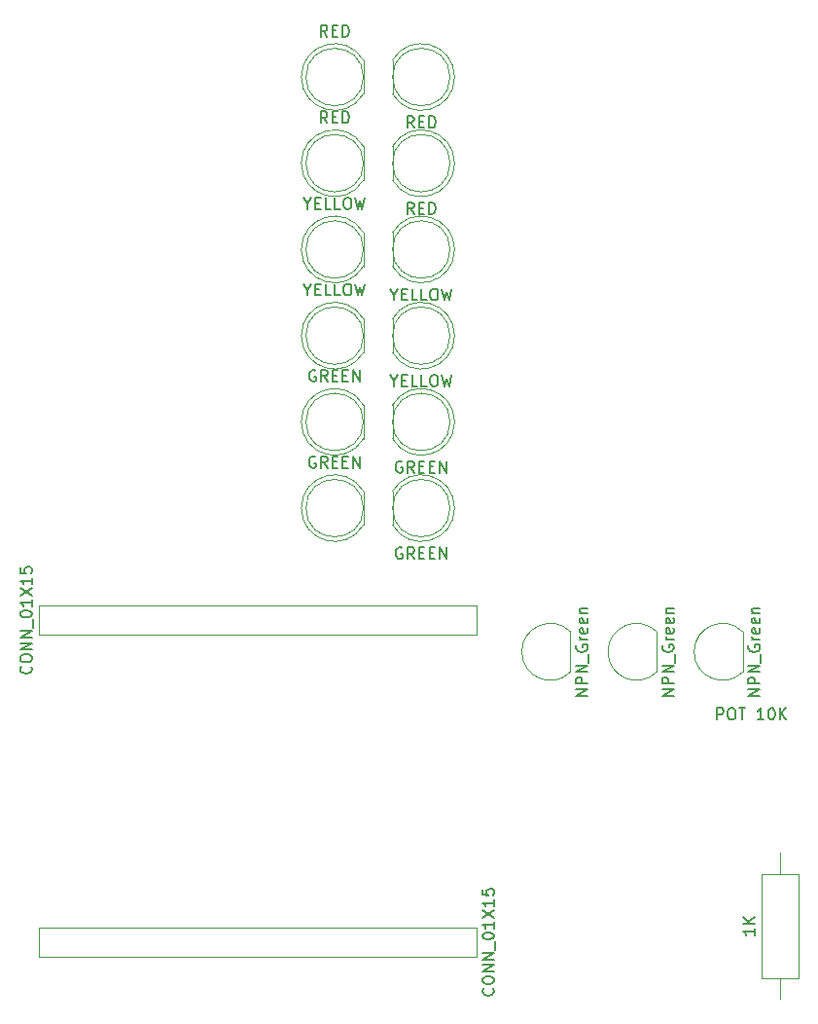
<source format=gbr>
G04 #@! TF.FileFunction,Other,Fab,Top*
%FSLAX46Y46*%
G04 Gerber Fmt 4.6, Leading zero omitted, Abs format (unit mm)*
G04 Created by KiCad (PCBNEW 4.0.6+dfsg1-1) date Mon May 21 22:22:56 2018*
%MOMM*%
%LPD*%
G01*
G04 APERTURE LIST*
%ADD10C,0.100000*%
%ADD11C,0.150000*%
G04 APERTURE END LIST*
D10*
X119250000Y-111740000D02*
X119250000Y-108240000D01*
X119253625Y-108246375D02*
G75*
G03X115020000Y-110000000I-1753625J-1753625D01*
G01*
X119253625Y-111753625D02*
G75*
G02X115020000Y-110000000I-1753625J1753625D01*
G01*
X104250000Y-111740000D02*
X104250000Y-108240000D01*
X104253625Y-108246375D02*
G75*
G03X100020000Y-110000000I-1753625J-1753625D01*
G01*
X104253625Y-111753625D02*
G75*
G02X100020000Y-110000000I-1753625J1753625D01*
G01*
X111750000Y-111740000D02*
X111750000Y-108240000D01*
X111753625Y-108246375D02*
G75*
G03X107520000Y-110000000I-1753625J-1753625D01*
G01*
X111753625Y-111753625D02*
G75*
G02X107520000Y-110000000I-1753625J1753625D01*
G01*
X124100000Y-129350000D02*
X120900000Y-129350000D01*
X120900000Y-129350000D02*
X120900000Y-138350000D01*
X120900000Y-138350000D02*
X124100000Y-138350000D01*
X124100000Y-138350000D02*
X124100000Y-129350000D01*
X122500000Y-127500000D02*
X122500000Y-129350000D01*
X122500000Y-140200000D02*
X122500000Y-138350000D01*
X86230016Y-96030334D02*
G75*
G03X86230000Y-98969694I-2500016J-1469666D01*
G01*
X86230000Y-97500000D02*
G75*
G03X86230000Y-97500000I-2500000J0D01*
G01*
X86230000Y-98969694D02*
X86230000Y-96030306D01*
X86230016Y-88530334D02*
G75*
G03X86230000Y-91469694I-2500016J-1469666D01*
G01*
X86230000Y-90000000D02*
G75*
G03X86230000Y-90000000I-2500000J0D01*
G01*
X86230000Y-91469694D02*
X86230000Y-88530306D01*
X86230016Y-81030334D02*
G75*
G03X86230000Y-83969694I-2500016J-1469666D01*
G01*
X86230000Y-82500000D02*
G75*
G03X86230000Y-82500000I-2500000J0D01*
G01*
X86230000Y-83969694D02*
X86230000Y-81030306D01*
X86230016Y-73530334D02*
G75*
G03X86230000Y-76469694I-2500016J-1469666D01*
G01*
X86230000Y-75000000D02*
G75*
G03X86230000Y-75000000I-2500000J0D01*
G01*
X86230000Y-76469694D02*
X86230000Y-73530306D01*
X86230016Y-66030334D02*
G75*
G03X86230000Y-68969694I-2500016J-1469666D01*
G01*
X86230000Y-67500000D02*
G75*
G03X86230000Y-67500000I-2500000J0D01*
G01*
X86230000Y-68969694D02*
X86230000Y-66030306D01*
X86230016Y-58530334D02*
G75*
G03X86230000Y-61469694I-2500016J-1469666D01*
G01*
X86230000Y-60000000D02*
G75*
G03X86230000Y-60000000I-2500000J0D01*
G01*
X86230000Y-61469694D02*
X86230000Y-58530306D01*
X88769984Y-98969666D02*
G75*
G03X88770000Y-96030306I2500016J1469666D01*
G01*
X93770000Y-97500000D02*
G75*
G03X93770000Y-97500000I-2500000J0D01*
G01*
X88770000Y-96030306D02*
X88770000Y-98969694D01*
X88769984Y-91469666D02*
G75*
G03X88770000Y-88530306I2500016J1469666D01*
G01*
X93770000Y-90000000D02*
G75*
G03X93770000Y-90000000I-2500000J0D01*
G01*
X88770000Y-88530306D02*
X88770000Y-91469694D01*
X88769984Y-83969666D02*
G75*
G03X88770000Y-81030306I2500016J1469666D01*
G01*
X93770000Y-82500000D02*
G75*
G03X93770000Y-82500000I-2500000J0D01*
G01*
X88770000Y-81030306D02*
X88770000Y-83969694D01*
X88769984Y-76469666D02*
G75*
G03X88770000Y-73530306I2500016J1469666D01*
G01*
X93770000Y-75000000D02*
G75*
G03X93770000Y-75000000I-2500000J0D01*
G01*
X88770000Y-73530306D02*
X88770000Y-76469694D01*
X88769984Y-68969666D02*
G75*
G03X88770000Y-66030306I2500016J1469666D01*
G01*
X93770000Y-67500000D02*
G75*
G03X93770000Y-67500000I-2500000J0D01*
G01*
X88770000Y-66030306D02*
X88770000Y-68969694D01*
X88769984Y-61469666D02*
G75*
G03X88770000Y-58530306I2500016J1469666D01*
G01*
X93770000Y-60000000D02*
G75*
G03X93770000Y-60000000I-2500000J0D01*
G01*
X88770000Y-58530306D02*
X88770000Y-61469694D01*
X96080000Y-105980000D02*
X57980000Y-105980000D01*
X57980000Y-105980000D02*
X57980000Y-108520000D01*
X57980000Y-108520000D02*
X96080000Y-108520000D01*
X96080000Y-108520000D02*
X96080000Y-105980000D01*
X57980000Y-136520000D02*
X96080000Y-136520000D01*
X96080000Y-136520000D02*
X96080000Y-133980000D01*
X96080000Y-133980000D02*
X57980000Y-133980000D01*
X57980000Y-133980000D02*
X57980000Y-136520000D01*
D11*
X120746381Y-113809524D02*
X119746381Y-113809524D01*
X120746381Y-113238095D01*
X119746381Y-113238095D01*
X120746381Y-112761905D02*
X119746381Y-112761905D01*
X119746381Y-112380952D01*
X119794000Y-112285714D01*
X119841619Y-112238095D01*
X119936857Y-112190476D01*
X120079714Y-112190476D01*
X120174952Y-112238095D01*
X120222571Y-112285714D01*
X120270190Y-112380952D01*
X120270190Y-112761905D01*
X120746381Y-111761905D02*
X119746381Y-111761905D01*
X120746381Y-111190476D01*
X119746381Y-111190476D01*
X120841619Y-110952381D02*
X120841619Y-110190476D01*
X119794000Y-109428571D02*
X119746381Y-109523809D01*
X119746381Y-109666666D01*
X119794000Y-109809524D01*
X119889238Y-109904762D01*
X119984476Y-109952381D01*
X120174952Y-110000000D01*
X120317810Y-110000000D01*
X120508286Y-109952381D01*
X120603524Y-109904762D01*
X120698762Y-109809524D01*
X120746381Y-109666666D01*
X120746381Y-109571428D01*
X120698762Y-109428571D01*
X120651143Y-109380952D01*
X120317810Y-109380952D01*
X120317810Y-109571428D01*
X120746381Y-108952381D02*
X120079714Y-108952381D01*
X120270190Y-108952381D02*
X120174952Y-108904762D01*
X120127333Y-108857143D01*
X120079714Y-108761905D01*
X120079714Y-108666666D01*
X120698762Y-107952380D02*
X120746381Y-108047618D01*
X120746381Y-108238095D01*
X120698762Y-108333333D01*
X120603524Y-108380952D01*
X120222571Y-108380952D01*
X120127333Y-108333333D01*
X120079714Y-108238095D01*
X120079714Y-108047618D01*
X120127333Y-107952380D01*
X120222571Y-107904761D01*
X120317810Y-107904761D01*
X120413048Y-108380952D01*
X120698762Y-107095237D02*
X120746381Y-107190475D01*
X120746381Y-107380952D01*
X120698762Y-107476190D01*
X120603524Y-107523809D01*
X120222571Y-107523809D01*
X120127333Y-107476190D01*
X120079714Y-107380952D01*
X120079714Y-107190475D01*
X120127333Y-107095237D01*
X120222571Y-107047618D01*
X120317810Y-107047618D01*
X120413048Y-107523809D01*
X120079714Y-106619047D02*
X120746381Y-106619047D01*
X120174952Y-106619047D02*
X120127333Y-106571428D01*
X120079714Y-106476190D01*
X120079714Y-106333332D01*
X120127333Y-106238094D01*
X120222571Y-106190475D01*
X120746381Y-106190475D01*
X105746381Y-113809524D02*
X104746381Y-113809524D01*
X105746381Y-113238095D01*
X104746381Y-113238095D01*
X105746381Y-112761905D02*
X104746381Y-112761905D01*
X104746381Y-112380952D01*
X104794000Y-112285714D01*
X104841619Y-112238095D01*
X104936857Y-112190476D01*
X105079714Y-112190476D01*
X105174952Y-112238095D01*
X105222571Y-112285714D01*
X105270190Y-112380952D01*
X105270190Y-112761905D01*
X105746381Y-111761905D02*
X104746381Y-111761905D01*
X105746381Y-111190476D01*
X104746381Y-111190476D01*
X105841619Y-110952381D02*
X105841619Y-110190476D01*
X104794000Y-109428571D02*
X104746381Y-109523809D01*
X104746381Y-109666666D01*
X104794000Y-109809524D01*
X104889238Y-109904762D01*
X104984476Y-109952381D01*
X105174952Y-110000000D01*
X105317810Y-110000000D01*
X105508286Y-109952381D01*
X105603524Y-109904762D01*
X105698762Y-109809524D01*
X105746381Y-109666666D01*
X105746381Y-109571428D01*
X105698762Y-109428571D01*
X105651143Y-109380952D01*
X105317810Y-109380952D01*
X105317810Y-109571428D01*
X105746381Y-108952381D02*
X105079714Y-108952381D01*
X105270190Y-108952381D02*
X105174952Y-108904762D01*
X105127333Y-108857143D01*
X105079714Y-108761905D01*
X105079714Y-108666666D01*
X105698762Y-107952380D02*
X105746381Y-108047618D01*
X105746381Y-108238095D01*
X105698762Y-108333333D01*
X105603524Y-108380952D01*
X105222571Y-108380952D01*
X105127333Y-108333333D01*
X105079714Y-108238095D01*
X105079714Y-108047618D01*
X105127333Y-107952380D01*
X105222571Y-107904761D01*
X105317810Y-107904761D01*
X105413048Y-108380952D01*
X105698762Y-107095237D02*
X105746381Y-107190475D01*
X105746381Y-107380952D01*
X105698762Y-107476190D01*
X105603524Y-107523809D01*
X105222571Y-107523809D01*
X105127333Y-107476190D01*
X105079714Y-107380952D01*
X105079714Y-107190475D01*
X105127333Y-107095237D01*
X105222571Y-107047618D01*
X105317810Y-107047618D01*
X105413048Y-107523809D01*
X105079714Y-106619047D02*
X105746381Y-106619047D01*
X105174952Y-106619047D02*
X105127333Y-106571428D01*
X105079714Y-106476190D01*
X105079714Y-106333332D01*
X105127333Y-106238094D01*
X105222571Y-106190475D01*
X105746381Y-106190475D01*
X113246381Y-113809524D02*
X112246381Y-113809524D01*
X113246381Y-113238095D01*
X112246381Y-113238095D01*
X113246381Y-112761905D02*
X112246381Y-112761905D01*
X112246381Y-112380952D01*
X112294000Y-112285714D01*
X112341619Y-112238095D01*
X112436857Y-112190476D01*
X112579714Y-112190476D01*
X112674952Y-112238095D01*
X112722571Y-112285714D01*
X112770190Y-112380952D01*
X112770190Y-112761905D01*
X113246381Y-111761905D02*
X112246381Y-111761905D01*
X113246381Y-111190476D01*
X112246381Y-111190476D01*
X113341619Y-110952381D02*
X113341619Y-110190476D01*
X112294000Y-109428571D02*
X112246381Y-109523809D01*
X112246381Y-109666666D01*
X112294000Y-109809524D01*
X112389238Y-109904762D01*
X112484476Y-109952381D01*
X112674952Y-110000000D01*
X112817810Y-110000000D01*
X113008286Y-109952381D01*
X113103524Y-109904762D01*
X113198762Y-109809524D01*
X113246381Y-109666666D01*
X113246381Y-109571428D01*
X113198762Y-109428571D01*
X113151143Y-109380952D01*
X112817810Y-109380952D01*
X112817810Y-109571428D01*
X113246381Y-108952381D02*
X112579714Y-108952381D01*
X112770190Y-108952381D02*
X112674952Y-108904762D01*
X112627333Y-108857143D01*
X112579714Y-108761905D01*
X112579714Y-108666666D01*
X113198762Y-107952380D02*
X113246381Y-108047618D01*
X113246381Y-108238095D01*
X113198762Y-108333333D01*
X113103524Y-108380952D01*
X112722571Y-108380952D01*
X112627333Y-108333333D01*
X112579714Y-108238095D01*
X112579714Y-108047618D01*
X112627333Y-107952380D01*
X112722571Y-107904761D01*
X112817810Y-107904761D01*
X112913048Y-108380952D01*
X113198762Y-107095237D02*
X113246381Y-107190475D01*
X113246381Y-107380952D01*
X113198762Y-107476190D01*
X113103524Y-107523809D01*
X112722571Y-107523809D01*
X112627333Y-107476190D01*
X112579714Y-107380952D01*
X112579714Y-107190475D01*
X112627333Y-107095237D01*
X112722571Y-107047618D01*
X112817810Y-107047618D01*
X112913048Y-107523809D01*
X112579714Y-106619047D02*
X113246381Y-106619047D01*
X112674952Y-106619047D02*
X112627333Y-106571428D01*
X112579714Y-106476190D01*
X112579714Y-106333332D01*
X112627333Y-106238094D01*
X112722571Y-106190475D01*
X113246381Y-106190475D01*
X120292381Y-134064285D02*
X120292381Y-134635714D01*
X120292381Y-134350000D02*
X119292381Y-134350000D01*
X119435238Y-134445238D01*
X119530476Y-134540476D01*
X119578095Y-134635714D01*
X120292381Y-133635714D02*
X119292381Y-133635714D01*
X120292381Y-133064285D02*
X119720952Y-133492857D01*
X119292381Y-133064285D02*
X119863810Y-133635714D01*
X117000000Y-115892381D02*
X117000000Y-114892381D01*
X117380953Y-114892381D01*
X117476191Y-114940000D01*
X117523810Y-114987619D01*
X117571429Y-115082857D01*
X117571429Y-115225714D01*
X117523810Y-115320952D01*
X117476191Y-115368571D01*
X117380953Y-115416190D01*
X117000000Y-115416190D01*
X118190476Y-114892381D02*
X118380953Y-114892381D01*
X118476191Y-114940000D01*
X118571429Y-115035238D01*
X118619048Y-115225714D01*
X118619048Y-115559048D01*
X118571429Y-115749524D01*
X118476191Y-115844762D01*
X118380953Y-115892381D01*
X118190476Y-115892381D01*
X118095238Y-115844762D01*
X118000000Y-115749524D01*
X117952381Y-115559048D01*
X117952381Y-115225714D01*
X118000000Y-115035238D01*
X118095238Y-114940000D01*
X118190476Y-114892381D01*
X118904762Y-114892381D02*
X119476191Y-114892381D01*
X119190476Y-115892381D02*
X119190476Y-114892381D01*
X121095239Y-115892381D02*
X120523810Y-115892381D01*
X120809524Y-115892381D02*
X120809524Y-114892381D01*
X120714286Y-115035238D01*
X120619048Y-115130476D01*
X120523810Y-115178095D01*
X121714286Y-114892381D02*
X121809525Y-114892381D01*
X121904763Y-114940000D01*
X121952382Y-114987619D01*
X122000001Y-115082857D01*
X122047620Y-115273333D01*
X122047620Y-115511429D01*
X122000001Y-115701905D01*
X121952382Y-115797143D01*
X121904763Y-115844762D01*
X121809525Y-115892381D01*
X121714286Y-115892381D01*
X121619048Y-115844762D01*
X121571429Y-115797143D01*
X121523810Y-115701905D01*
X121476191Y-115511429D01*
X121476191Y-115273333D01*
X121523810Y-115082857D01*
X121571429Y-114987619D01*
X121619048Y-114940000D01*
X121714286Y-114892381D01*
X122476191Y-115892381D02*
X122476191Y-114892381D01*
X123047620Y-115892381D02*
X122619048Y-115320952D01*
X123047620Y-114892381D02*
X122476191Y-115463810D01*
X82063334Y-93040000D02*
X81968096Y-92992381D01*
X81825239Y-92992381D01*
X81682381Y-93040000D01*
X81587143Y-93135238D01*
X81539524Y-93230476D01*
X81491905Y-93420952D01*
X81491905Y-93563810D01*
X81539524Y-93754286D01*
X81587143Y-93849524D01*
X81682381Y-93944762D01*
X81825239Y-93992381D01*
X81920477Y-93992381D01*
X82063334Y-93944762D01*
X82110953Y-93897143D01*
X82110953Y-93563810D01*
X81920477Y-93563810D01*
X83110953Y-93992381D02*
X82777619Y-93516190D01*
X82539524Y-93992381D02*
X82539524Y-92992381D01*
X82920477Y-92992381D01*
X83015715Y-93040000D01*
X83063334Y-93087619D01*
X83110953Y-93182857D01*
X83110953Y-93325714D01*
X83063334Y-93420952D01*
X83015715Y-93468571D01*
X82920477Y-93516190D01*
X82539524Y-93516190D01*
X83539524Y-93468571D02*
X83872858Y-93468571D01*
X84015715Y-93992381D02*
X83539524Y-93992381D01*
X83539524Y-92992381D01*
X84015715Y-92992381D01*
X84444286Y-93468571D02*
X84777620Y-93468571D01*
X84920477Y-93992381D02*
X84444286Y-93992381D01*
X84444286Y-92992381D01*
X84920477Y-92992381D01*
X85349048Y-93992381D02*
X85349048Y-92992381D01*
X85920477Y-93992381D01*
X85920477Y-92992381D01*
X82063334Y-85540000D02*
X81968096Y-85492381D01*
X81825239Y-85492381D01*
X81682381Y-85540000D01*
X81587143Y-85635238D01*
X81539524Y-85730476D01*
X81491905Y-85920952D01*
X81491905Y-86063810D01*
X81539524Y-86254286D01*
X81587143Y-86349524D01*
X81682381Y-86444762D01*
X81825239Y-86492381D01*
X81920477Y-86492381D01*
X82063334Y-86444762D01*
X82110953Y-86397143D01*
X82110953Y-86063810D01*
X81920477Y-86063810D01*
X83110953Y-86492381D02*
X82777619Y-86016190D01*
X82539524Y-86492381D02*
X82539524Y-85492381D01*
X82920477Y-85492381D01*
X83015715Y-85540000D01*
X83063334Y-85587619D01*
X83110953Y-85682857D01*
X83110953Y-85825714D01*
X83063334Y-85920952D01*
X83015715Y-85968571D01*
X82920477Y-86016190D01*
X82539524Y-86016190D01*
X83539524Y-85968571D02*
X83872858Y-85968571D01*
X84015715Y-86492381D02*
X83539524Y-86492381D01*
X83539524Y-85492381D01*
X84015715Y-85492381D01*
X84444286Y-85968571D02*
X84777620Y-85968571D01*
X84920477Y-86492381D02*
X84444286Y-86492381D01*
X84444286Y-85492381D01*
X84920477Y-85492381D01*
X85349048Y-86492381D02*
X85349048Y-85492381D01*
X85920477Y-86492381D01*
X85920477Y-85492381D01*
X81372857Y-78516190D02*
X81372857Y-78992381D01*
X81039524Y-77992381D02*
X81372857Y-78516190D01*
X81706191Y-77992381D01*
X82039524Y-78468571D02*
X82372858Y-78468571D01*
X82515715Y-78992381D02*
X82039524Y-78992381D01*
X82039524Y-77992381D01*
X82515715Y-77992381D01*
X83420477Y-78992381D02*
X82944286Y-78992381D01*
X82944286Y-77992381D01*
X84230001Y-78992381D02*
X83753810Y-78992381D01*
X83753810Y-77992381D01*
X84753810Y-77992381D02*
X84944287Y-77992381D01*
X85039525Y-78040000D01*
X85134763Y-78135238D01*
X85182382Y-78325714D01*
X85182382Y-78659048D01*
X85134763Y-78849524D01*
X85039525Y-78944762D01*
X84944287Y-78992381D01*
X84753810Y-78992381D01*
X84658572Y-78944762D01*
X84563334Y-78849524D01*
X84515715Y-78659048D01*
X84515715Y-78325714D01*
X84563334Y-78135238D01*
X84658572Y-78040000D01*
X84753810Y-77992381D01*
X85515715Y-77992381D02*
X85753810Y-78992381D01*
X85944287Y-78278095D01*
X86134763Y-78992381D01*
X86372858Y-77992381D01*
X81372857Y-71016190D02*
X81372857Y-71492381D01*
X81039524Y-70492381D02*
X81372857Y-71016190D01*
X81706191Y-70492381D01*
X82039524Y-70968571D02*
X82372858Y-70968571D01*
X82515715Y-71492381D02*
X82039524Y-71492381D01*
X82039524Y-70492381D01*
X82515715Y-70492381D01*
X83420477Y-71492381D02*
X82944286Y-71492381D01*
X82944286Y-70492381D01*
X84230001Y-71492381D02*
X83753810Y-71492381D01*
X83753810Y-70492381D01*
X84753810Y-70492381D02*
X84944287Y-70492381D01*
X85039525Y-70540000D01*
X85134763Y-70635238D01*
X85182382Y-70825714D01*
X85182382Y-71159048D01*
X85134763Y-71349524D01*
X85039525Y-71444762D01*
X84944287Y-71492381D01*
X84753810Y-71492381D01*
X84658572Y-71444762D01*
X84563334Y-71349524D01*
X84515715Y-71159048D01*
X84515715Y-70825714D01*
X84563334Y-70635238D01*
X84658572Y-70540000D01*
X84753810Y-70492381D01*
X85515715Y-70492381D02*
X85753810Y-71492381D01*
X85944287Y-70778095D01*
X86134763Y-71492381D01*
X86372858Y-70492381D01*
X83087143Y-63992381D02*
X82753809Y-63516190D01*
X82515714Y-63992381D02*
X82515714Y-62992381D01*
X82896667Y-62992381D01*
X82991905Y-63040000D01*
X83039524Y-63087619D01*
X83087143Y-63182857D01*
X83087143Y-63325714D01*
X83039524Y-63420952D01*
X82991905Y-63468571D01*
X82896667Y-63516190D01*
X82515714Y-63516190D01*
X83515714Y-63468571D02*
X83849048Y-63468571D01*
X83991905Y-63992381D02*
X83515714Y-63992381D01*
X83515714Y-62992381D01*
X83991905Y-62992381D01*
X84420476Y-63992381D02*
X84420476Y-62992381D01*
X84658571Y-62992381D01*
X84801429Y-63040000D01*
X84896667Y-63135238D01*
X84944286Y-63230476D01*
X84991905Y-63420952D01*
X84991905Y-63563810D01*
X84944286Y-63754286D01*
X84896667Y-63849524D01*
X84801429Y-63944762D01*
X84658571Y-63992381D01*
X84420476Y-63992381D01*
X83087143Y-56492381D02*
X82753809Y-56016190D01*
X82515714Y-56492381D02*
X82515714Y-55492381D01*
X82896667Y-55492381D01*
X82991905Y-55540000D01*
X83039524Y-55587619D01*
X83087143Y-55682857D01*
X83087143Y-55825714D01*
X83039524Y-55920952D01*
X82991905Y-55968571D01*
X82896667Y-56016190D01*
X82515714Y-56016190D01*
X83515714Y-55968571D02*
X83849048Y-55968571D01*
X83991905Y-56492381D02*
X83515714Y-56492381D01*
X83515714Y-55492381D01*
X83991905Y-55492381D01*
X84420476Y-56492381D02*
X84420476Y-55492381D01*
X84658571Y-55492381D01*
X84801429Y-55540000D01*
X84896667Y-55635238D01*
X84944286Y-55730476D01*
X84991905Y-55920952D01*
X84991905Y-56063810D01*
X84944286Y-56254286D01*
X84896667Y-56349524D01*
X84801429Y-56444762D01*
X84658571Y-56492381D01*
X84420476Y-56492381D01*
X89603334Y-100960000D02*
X89508096Y-100912381D01*
X89365239Y-100912381D01*
X89222381Y-100960000D01*
X89127143Y-101055238D01*
X89079524Y-101150476D01*
X89031905Y-101340952D01*
X89031905Y-101483810D01*
X89079524Y-101674286D01*
X89127143Y-101769524D01*
X89222381Y-101864762D01*
X89365239Y-101912381D01*
X89460477Y-101912381D01*
X89603334Y-101864762D01*
X89650953Y-101817143D01*
X89650953Y-101483810D01*
X89460477Y-101483810D01*
X90650953Y-101912381D02*
X90317619Y-101436190D01*
X90079524Y-101912381D02*
X90079524Y-100912381D01*
X90460477Y-100912381D01*
X90555715Y-100960000D01*
X90603334Y-101007619D01*
X90650953Y-101102857D01*
X90650953Y-101245714D01*
X90603334Y-101340952D01*
X90555715Y-101388571D01*
X90460477Y-101436190D01*
X90079524Y-101436190D01*
X91079524Y-101388571D02*
X91412858Y-101388571D01*
X91555715Y-101912381D02*
X91079524Y-101912381D01*
X91079524Y-100912381D01*
X91555715Y-100912381D01*
X91984286Y-101388571D02*
X92317620Y-101388571D01*
X92460477Y-101912381D02*
X91984286Y-101912381D01*
X91984286Y-100912381D01*
X92460477Y-100912381D01*
X92889048Y-101912381D02*
X92889048Y-100912381D01*
X93460477Y-101912381D01*
X93460477Y-100912381D01*
X89603334Y-93460000D02*
X89508096Y-93412381D01*
X89365239Y-93412381D01*
X89222381Y-93460000D01*
X89127143Y-93555238D01*
X89079524Y-93650476D01*
X89031905Y-93840952D01*
X89031905Y-93983810D01*
X89079524Y-94174286D01*
X89127143Y-94269524D01*
X89222381Y-94364762D01*
X89365239Y-94412381D01*
X89460477Y-94412381D01*
X89603334Y-94364762D01*
X89650953Y-94317143D01*
X89650953Y-93983810D01*
X89460477Y-93983810D01*
X90650953Y-94412381D02*
X90317619Y-93936190D01*
X90079524Y-94412381D02*
X90079524Y-93412381D01*
X90460477Y-93412381D01*
X90555715Y-93460000D01*
X90603334Y-93507619D01*
X90650953Y-93602857D01*
X90650953Y-93745714D01*
X90603334Y-93840952D01*
X90555715Y-93888571D01*
X90460477Y-93936190D01*
X90079524Y-93936190D01*
X91079524Y-93888571D02*
X91412858Y-93888571D01*
X91555715Y-94412381D02*
X91079524Y-94412381D01*
X91079524Y-93412381D01*
X91555715Y-93412381D01*
X91984286Y-93888571D02*
X92317620Y-93888571D01*
X92460477Y-94412381D02*
X91984286Y-94412381D01*
X91984286Y-93412381D01*
X92460477Y-93412381D01*
X92889048Y-94412381D02*
X92889048Y-93412381D01*
X93460477Y-94412381D01*
X93460477Y-93412381D01*
X88912857Y-86436190D02*
X88912857Y-86912381D01*
X88579524Y-85912381D02*
X88912857Y-86436190D01*
X89246191Y-85912381D01*
X89579524Y-86388571D02*
X89912858Y-86388571D01*
X90055715Y-86912381D02*
X89579524Y-86912381D01*
X89579524Y-85912381D01*
X90055715Y-85912381D01*
X90960477Y-86912381D02*
X90484286Y-86912381D01*
X90484286Y-85912381D01*
X91770001Y-86912381D02*
X91293810Y-86912381D01*
X91293810Y-85912381D01*
X92293810Y-85912381D02*
X92484287Y-85912381D01*
X92579525Y-85960000D01*
X92674763Y-86055238D01*
X92722382Y-86245714D01*
X92722382Y-86579048D01*
X92674763Y-86769524D01*
X92579525Y-86864762D01*
X92484287Y-86912381D01*
X92293810Y-86912381D01*
X92198572Y-86864762D01*
X92103334Y-86769524D01*
X92055715Y-86579048D01*
X92055715Y-86245714D01*
X92103334Y-86055238D01*
X92198572Y-85960000D01*
X92293810Y-85912381D01*
X93055715Y-85912381D02*
X93293810Y-86912381D01*
X93484287Y-86198095D01*
X93674763Y-86912381D01*
X93912858Y-85912381D01*
X88912857Y-78936190D02*
X88912857Y-79412381D01*
X88579524Y-78412381D02*
X88912857Y-78936190D01*
X89246191Y-78412381D01*
X89579524Y-78888571D02*
X89912858Y-78888571D01*
X90055715Y-79412381D02*
X89579524Y-79412381D01*
X89579524Y-78412381D01*
X90055715Y-78412381D01*
X90960477Y-79412381D02*
X90484286Y-79412381D01*
X90484286Y-78412381D01*
X91770001Y-79412381D02*
X91293810Y-79412381D01*
X91293810Y-78412381D01*
X92293810Y-78412381D02*
X92484287Y-78412381D01*
X92579525Y-78460000D01*
X92674763Y-78555238D01*
X92722382Y-78745714D01*
X92722382Y-79079048D01*
X92674763Y-79269524D01*
X92579525Y-79364762D01*
X92484287Y-79412381D01*
X92293810Y-79412381D01*
X92198572Y-79364762D01*
X92103334Y-79269524D01*
X92055715Y-79079048D01*
X92055715Y-78745714D01*
X92103334Y-78555238D01*
X92198572Y-78460000D01*
X92293810Y-78412381D01*
X93055715Y-78412381D02*
X93293810Y-79412381D01*
X93484287Y-78698095D01*
X93674763Y-79412381D01*
X93912858Y-78412381D01*
X90627143Y-71912381D02*
X90293809Y-71436190D01*
X90055714Y-71912381D02*
X90055714Y-70912381D01*
X90436667Y-70912381D01*
X90531905Y-70960000D01*
X90579524Y-71007619D01*
X90627143Y-71102857D01*
X90627143Y-71245714D01*
X90579524Y-71340952D01*
X90531905Y-71388571D01*
X90436667Y-71436190D01*
X90055714Y-71436190D01*
X91055714Y-71388571D02*
X91389048Y-71388571D01*
X91531905Y-71912381D02*
X91055714Y-71912381D01*
X91055714Y-70912381D01*
X91531905Y-70912381D01*
X91960476Y-71912381D02*
X91960476Y-70912381D01*
X92198571Y-70912381D01*
X92341429Y-70960000D01*
X92436667Y-71055238D01*
X92484286Y-71150476D01*
X92531905Y-71340952D01*
X92531905Y-71483810D01*
X92484286Y-71674286D01*
X92436667Y-71769524D01*
X92341429Y-71864762D01*
X92198571Y-71912381D01*
X91960476Y-71912381D01*
X90627143Y-64412381D02*
X90293809Y-63936190D01*
X90055714Y-64412381D02*
X90055714Y-63412381D01*
X90436667Y-63412381D01*
X90531905Y-63460000D01*
X90579524Y-63507619D01*
X90627143Y-63602857D01*
X90627143Y-63745714D01*
X90579524Y-63840952D01*
X90531905Y-63888571D01*
X90436667Y-63936190D01*
X90055714Y-63936190D01*
X91055714Y-63888571D02*
X91389048Y-63888571D01*
X91531905Y-64412381D02*
X91055714Y-64412381D01*
X91055714Y-63412381D01*
X91531905Y-63412381D01*
X91960476Y-64412381D02*
X91960476Y-63412381D01*
X92198571Y-63412381D01*
X92341429Y-63460000D01*
X92436667Y-63555238D01*
X92484286Y-63650476D01*
X92531905Y-63840952D01*
X92531905Y-63983810D01*
X92484286Y-64174286D01*
X92436667Y-64269524D01*
X92341429Y-64364762D01*
X92198571Y-64412381D01*
X91960476Y-64412381D01*
X57277143Y-111273809D02*
X57324762Y-111321428D01*
X57372381Y-111464285D01*
X57372381Y-111559523D01*
X57324762Y-111702381D01*
X57229524Y-111797619D01*
X57134286Y-111845238D01*
X56943810Y-111892857D01*
X56800952Y-111892857D01*
X56610476Y-111845238D01*
X56515238Y-111797619D01*
X56420000Y-111702381D01*
X56372381Y-111559523D01*
X56372381Y-111464285D01*
X56420000Y-111321428D01*
X56467619Y-111273809D01*
X56372381Y-110654762D02*
X56372381Y-110464285D01*
X56420000Y-110369047D01*
X56515238Y-110273809D01*
X56705714Y-110226190D01*
X57039048Y-110226190D01*
X57229524Y-110273809D01*
X57324762Y-110369047D01*
X57372381Y-110464285D01*
X57372381Y-110654762D01*
X57324762Y-110750000D01*
X57229524Y-110845238D01*
X57039048Y-110892857D01*
X56705714Y-110892857D01*
X56515238Y-110845238D01*
X56420000Y-110750000D01*
X56372381Y-110654762D01*
X57372381Y-109797619D02*
X56372381Y-109797619D01*
X57372381Y-109226190D01*
X56372381Y-109226190D01*
X57372381Y-108750000D02*
X56372381Y-108750000D01*
X57372381Y-108178571D01*
X56372381Y-108178571D01*
X57467619Y-107940476D02*
X57467619Y-107178571D01*
X56372381Y-106750000D02*
X56372381Y-106654761D01*
X56420000Y-106559523D01*
X56467619Y-106511904D01*
X56562857Y-106464285D01*
X56753333Y-106416666D01*
X56991429Y-106416666D01*
X57181905Y-106464285D01*
X57277143Y-106511904D01*
X57324762Y-106559523D01*
X57372381Y-106654761D01*
X57372381Y-106750000D01*
X57324762Y-106845238D01*
X57277143Y-106892857D01*
X57181905Y-106940476D01*
X56991429Y-106988095D01*
X56753333Y-106988095D01*
X56562857Y-106940476D01*
X56467619Y-106892857D01*
X56420000Y-106845238D01*
X56372381Y-106750000D01*
X57372381Y-105464285D02*
X57372381Y-106035714D01*
X57372381Y-105750000D02*
X56372381Y-105750000D01*
X56515238Y-105845238D01*
X56610476Y-105940476D01*
X56658095Y-106035714D01*
X56372381Y-105130952D02*
X57372381Y-104464285D01*
X56372381Y-104464285D02*
X57372381Y-105130952D01*
X57372381Y-103559523D02*
X57372381Y-104130952D01*
X57372381Y-103845238D02*
X56372381Y-103845238D01*
X56515238Y-103940476D01*
X56610476Y-104035714D01*
X56658095Y-104130952D01*
X56372381Y-102654761D02*
X56372381Y-103130952D01*
X56848571Y-103178571D01*
X56800952Y-103130952D01*
X56753333Y-103035714D01*
X56753333Y-102797618D01*
X56800952Y-102702380D01*
X56848571Y-102654761D01*
X56943810Y-102607142D01*
X57181905Y-102607142D01*
X57277143Y-102654761D01*
X57324762Y-102702380D01*
X57372381Y-102797618D01*
X57372381Y-103035714D01*
X57324762Y-103130952D01*
X57277143Y-103178571D01*
X97497143Y-139273809D02*
X97544762Y-139321428D01*
X97592381Y-139464285D01*
X97592381Y-139559523D01*
X97544762Y-139702381D01*
X97449524Y-139797619D01*
X97354286Y-139845238D01*
X97163810Y-139892857D01*
X97020952Y-139892857D01*
X96830476Y-139845238D01*
X96735238Y-139797619D01*
X96640000Y-139702381D01*
X96592381Y-139559523D01*
X96592381Y-139464285D01*
X96640000Y-139321428D01*
X96687619Y-139273809D01*
X96592381Y-138654762D02*
X96592381Y-138464285D01*
X96640000Y-138369047D01*
X96735238Y-138273809D01*
X96925714Y-138226190D01*
X97259048Y-138226190D01*
X97449524Y-138273809D01*
X97544762Y-138369047D01*
X97592381Y-138464285D01*
X97592381Y-138654762D01*
X97544762Y-138750000D01*
X97449524Y-138845238D01*
X97259048Y-138892857D01*
X96925714Y-138892857D01*
X96735238Y-138845238D01*
X96640000Y-138750000D01*
X96592381Y-138654762D01*
X97592381Y-137797619D02*
X96592381Y-137797619D01*
X97592381Y-137226190D01*
X96592381Y-137226190D01*
X97592381Y-136750000D02*
X96592381Y-136750000D01*
X97592381Y-136178571D01*
X96592381Y-136178571D01*
X97687619Y-135940476D02*
X97687619Y-135178571D01*
X96592381Y-134750000D02*
X96592381Y-134654761D01*
X96640000Y-134559523D01*
X96687619Y-134511904D01*
X96782857Y-134464285D01*
X96973333Y-134416666D01*
X97211429Y-134416666D01*
X97401905Y-134464285D01*
X97497143Y-134511904D01*
X97544762Y-134559523D01*
X97592381Y-134654761D01*
X97592381Y-134750000D01*
X97544762Y-134845238D01*
X97497143Y-134892857D01*
X97401905Y-134940476D01*
X97211429Y-134988095D01*
X96973333Y-134988095D01*
X96782857Y-134940476D01*
X96687619Y-134892857D01*
X96640000Y-134845238D01*
X96592381Y-134750000D01*
X97592381Y-133464285D02*
X97592381Y-134035714D01*
X97592381Y-133750000D02*
X96592381Y-133750000D01*
X96735238Y-133845238D01*
X96830476Y-133940476D01*
X96878095Y-134035714D01*
X96592381Y-133130952D02*
X97592381Y-132464285D01*
X96592381Y-132464285D02*
X97592381Y-133130952D01*
X97592381Y-131559523D02*
X97592381Y-132130952D01*
X97592381Y-131845238D02*
X96592381Y-131845238D01*
X96735238Y-131940476D01*
X96830476Y-132035714D01*
X96878095Y-132130952D01*
X96592381Y-130654761D02*
X96592381Y-131130952D01*
X97068571Y-131178571D01*
X97020952Y-131130952D01*
X96973333Y-131035714D01*
X96973333Y-130797618D01*
X97020952Y-130702380D01*
X97068571Y-130654761D01*
X97163810Y-130607142D01*
X97401905Y-130607142D01*
X97497143Y-130654761D01*
X97544762Y-130702380D01*
X97592381Y-130797618D01*
X97592381Y-131035714D01*
X97544762Y-131130952D01*
X97497143Y-131178571D01*
M02*

</source>
